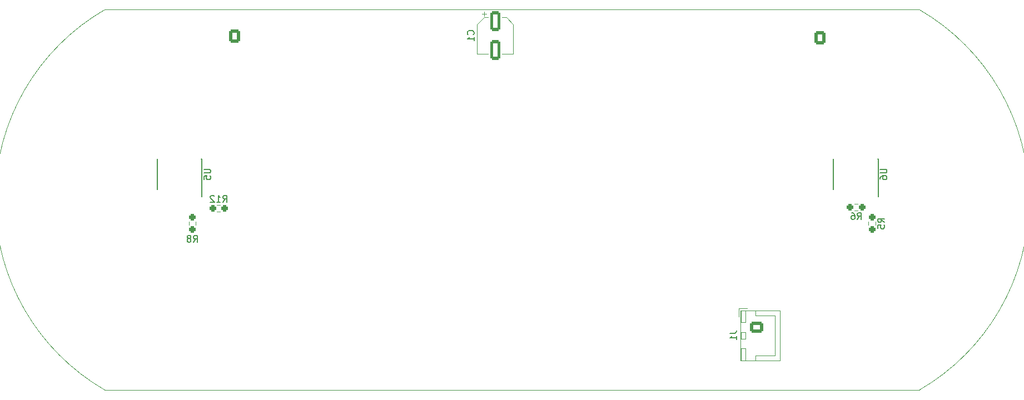
<source format=gbr>
%TF.GenerationSoftware,KiCad,Pcbnew,7.0.5-7.0.5~ubuntu20.04.1*%
%TF.CreationDate,2023-06-19T07:22:00+00:00*%
%TF.ProjectId,Controler_NRF24L01_Exclude_v3,436f6e74-726f-46c6-9572-5f4e52463234,rev?*%
%TF.SameCoordinates,Original*%
%TF.FileFunction,Legend,Bot*%
%TF.FilePolarity,Positive*%
%FSLAX45Y45*%
G04 Gerber Fmt 4.5, Leading zero omitted, Abs format (unit mm)*
G04 Created by KiCad (PCBNEW 7.0.5-7.0.5~ubuntu20.04.1) date 2023-06-19 07:22:00*
%MOMM*%
%LPD*%
G01*
G04 APERTURE LIST*
G04 Aperture macros list*
%AMRoundRect*
0 Rectangle with rounded corners*
0 $1 Rounding radius*
0 $2 $3 $4 $5 $6 $7 $8 $9 X,Y pos of 4 corners*
0 Add a 4 corners polygon primitive as box body*
4,1,4,$2,$3,$4,$5,$6,$7,$8,$9,$2,$3,0*
0 Add four circle primitives for the rounded corners*
1,1,$1+$1,$2,$3*
1,1,$1+$1,$4,$5*
1,1,$1+$1,$6,$7*
1,1,$1+$1,$8,$9*
0 Add four rect primitives between the rounded corners*
20,1,$1+$1,$2,$3,$4,$5,0*
20,1,$1+$1,$4,$5,$6,$7,0*
20,1,$1+$1,$6,$7,$8,$9,0*
20,1,$1+$1,$8,$9,$2,$3,0*%
G04 Aperture macros list end*
%TA.AperFunction,Profile*%
%ADD10C,0.050000*%
%TD*%
%TA.AperFunction,Profile*%
%ADD11C,0.100000*%
%TD*%
%ADD12C,0.150000*%
%ADD13C,0.120000*%
%ADD14C,5.600000*%
%ADD15RoundRect,0.250000X0.600000X0.725000X-0.600000X0.725000X-0.600000X-0.725000X0.600000X-0.725000X0*%
%ADD16O,1.700000X1.950000*%
%ADD17R,1.700000X1.700000*%
%ADD18O,1.700000X1.700000*%
%ADD19R,0.400000X1.000000*%
%ADD20RoundRect,0.237500X0.250000X0.237500X-0.250000X0.237500X-0.250000X-0.237500X0.250000X-0.237500X0*%
%ADD21RoundRect,0.237500X0.237500X-0.250000X0.237500X0.250000X-0.237500X0.250000X-0.237500X-0.250000X0*%
%ADD22RoundRect,0.250000X-0.750000X0.600000X-0.750000X-0.600000X0.750000X-0.600000X0.750000X0.600000X0*%
%ADD23O,2.000000X1.700000*%
%ADD24RoundRect,0.250000X-0.550000X1.250000X-0.550000X-1.250000X0.550000X-1.250000X0.550000X1.250000X0*%
%ADD25RoundRect,0.237500X-0.250000X-0.237500X0.250000X-0.237500X0.250000X0.237500X-0.250000X0.237500X0*%
G04 APERTURE END LIST*
D10*
X20569000Y-12290000D02*
G75*
G03*
X20569000Y-6490000I-1674316J2900000D01*
G01*
D11*
X8169000Y-6490000D02*
X20569000Y-6490000D01*
X8169000Y-12290000D02*
X20569000Y-12290000D01*
D10*
X8169000Y-6490000D02*
G75*
G03*
X8169000Y-12290000I1674316J-2900000D01*
G01*
D12*
X9675482Y-8923810D02*
X9756434Y-8923810D01*
X9756434Y-8923810D02*
X9765958Y-8928571D01*
X9765958Y-8928571D02*
X9770720Y-8933333D01*
X9770720Y-8933333D02*
X9775482Y-8942857D01*
X9775482Y-8942857D02*
X9775482Y-8961905D01*
X9775482Y-8961905D02*
X9770720Y-8971429D01*
X9770720Y-8971429D02*
X9765958Y-8976190D01*
X9765958Y-8976190D02*
X9756434Y-8980952D01*
X9756434Y-8980952D02*
X9675482Y-8980952D01*
X9675482Y-9076190D02*
X9675482Y-9028571D01*
X9675482Y-9028571D02*
X9723101Y-9023810D01*
X9723101Y-9023810D02*
X9718339Y-9028571D01*
X9718339Y-9028571D02*
X9713577Y-9038095D01*
X9713577Y-9038095D02*
X9713577Y-9061905D01*
X9713577Y-9061905D02*
X9718339Y-9071429D01*
X9718339Y-9071429D02*
X9723101Y-9076190D01*
X9723101Y-9076190D02*
X9732625Y-9080952D01*
X9732625Y-9080952D02*
X9756434Y-9080952D01*
X9756434Y-9080952D02*
X9765958Y-9076190D01*
X9765958Y-9076190D02*
X9770720Y-9071429D01*
X9770720Y-9071429D02*
X9775482Y-9061905D01*
X9775482Y-9061905D02*
X9775482Y-9038095D01*
X9775482Y-9038095D02*
X9770720Y-9028571D01*
X9770720Y-9028571D02*
X9765958Y-9023810D01*
X9964286Y-9422482D02*
X9997619Y-9374863D01*
X10021429Y-9422482D02*
X10021429Y-9322482D01*
X10021429Y-9322482D02*
X9983333Y-9322482D01*
X9983333Y-9322482D02*
X9973810Y-9327244D01*
X9973810Y-9327244D02*
X9969048Y-9332006D01*
X9969048Y-9332006D02*
X9964286Y-9341530D01*
X9964286Y-9341530D02*
X9964286Y-9355815D01*
X9964286Y-9355815D02*
X9969048Y-9365339D01*
X9969048Y-9365339D02*
X9973810Y-9370101D01*
X9973810Y-9370101D02*
X9983333Y-9374863D01*
X9983333Y-9374863D02*
X10021429Y-9374863D01*
X9869048Y-9422482D02*
X9926190Y-9422482D01*
X9897619Y-9422482D02*
X9897619Y-9322482D01*
X9897619Y-9322482D02*
X9907143Y-9336768D01*
X9907143Y-9336768D02*
X9916667Y-9346291D01*
X9916667Y-9346291D02*
X9926190Y-9351053D01*
X9830952Y-9332006D02*
X9826190Y-9327244D01*
X9826190Y-9327244D02*
X9816667Y-9322482D01*
X9816667Y-9322482D02*
X9792857Y-9322482D01*
X9792857Y-9322482D02*
X9783333Y-9327244D01*
X9783333Y-9327244D02*
X9778571Y-9332006D01*
X9778571Y-9332006D02*
X9773810Y-9341530D01*
X9773810Y-9341530D02*
X9773810Y-9351053D01*
X9773810Y-9351053D02*
X9778571Y-9365339D01*
X9778571Y-9365339D02*
X9835714Y-9422482D01*
X9835714Y-9422482D02*
X9773810Y-9422482D01*
X20038482Y-9733333D02*
X19990863Y-9700000D01*
X20038482Y-9676191D02*
X19938482Y-9676191D01*
X19938482Y-9676191D02*
X19938482Y-9714286D01*
X19938482Y-9714286D02*
X19943244Y-9723810D01*
X19943244Y-9723810D02*
X19948006Y-9728571D01*
X19948006Y-9728571D02*
X19957530Y-9733333D01*
X19957530Y-9733333D02*
X19971815Y-9733333D01*
X19971815Y-9733333D02*
X19981339Y-9728571D01*
X19981339Y-9728571D02*
X19986101Y-9723810D01*
X19986101Y-9723810D02*
X19990863Y-9714286D01*
X19990863Y-9714286D02*
X19990863Y-9676191D01*
X19938482Y-9823810D02*
X19938482Y-9776191D01*
X19938482Y-9776191D02*
X19986101Y-9771429D01*
X19986101Y-9771429D02*
X19981339Y-9776191D01*
X19981339Y-9776191D02*
X19976577Y-9785714D01*
X19976577Y-9785714D02*
X19976577Y-9809524D01*
X19976577Y-9809524D02*
X19981339Y-9819048D01*
X19981339Y-9819048D02*
X19986101Y-9823810D01*
X19986101Y-9823810D02*
X19995625Y-9828571D01*
X19995625Y-9828571D02*
X20019434Y-9828571D01*
X20019434Y-9828571D02*
X20028958Y-9823810D01*
X20028958Y-9823810D02*
X20033720Y-9819048D01*
X20033720Y-9819048D02*
X20038482Y-9809524D01*
X20038482Y-9809524D02*
X20038482Y-9785714D01*
X20038482Y-9785714D02*
X20033720Y-9776191D01*
X20033720Y-9776191D02*
X20028958Y-9771429D01*
X17686982Y-11421667D02*
X17758410Y-11421667D01*
X17758410Y-11421667D02*
X17772696Y-11416905D01*
X17772696Y-11416905D02*
X17782220Y-11407381D01*
X17782220Y-11407381D02*
X17786982Y-11393095D01*
X17786982Y-11393095D02*
X17786982Y-11383571D01*
X17786982Y-11521667D02*
X17786982Y-11464524D01*
X17786982Y-11493095D02*
X17686982Y-11493095D01*
X17686982Y-11493095D02*
X17701268Y-11483571D01*
X17701268Y-11483571D02*
X17710791Y-11474048D01*
X17710791Y-11474048D02*
X17715553Y-11464524D01*
X19975482Y-8923810D02*
X20056434Y-8923810D01*
X20056434Y-8923810D02*
X20065958Y-8928571D01*
X20065958Y-8928571D02*
X20070720Y-8933333D01*
X20070720Y-8933333D02*
X20075482Y-8942857D01*
X20075482Y-8942857D02*
X20075482Y-8961905D01*
X20075482Y-8961905D02*
X20070720Y-8971429D01*
X20070720Y-8971429D02*
X20065958Y-8976190D01*
X20065958Y-8976190D02*
X20056434Y-8980952D01*
X20056434Y-8980952D02*
X19975482Y-8980952D01*
X19975482Y-9071429D02*
X19975482Y-9052381D01*
X19975482Y-9052381D02*
X19980244Y-9042857D01*
X19980244Y-9042857D02*
X19985006Y-9038095D01*
X19985006Y-9038095D02*
X19999291Y-9028571D01*
X19999291Y-9028571D02*
X20018339Y-9023810D01*
X20018339Y-9023810D02*
X20056434Y-9023810D01*
X20056434Y-9023810D02*
X20065958Y-9028571D01*
X20065958Y-9028571D02*
X20070720Y-9033333D01*
X20070720Y-9033333D02*
X20075482Y-9042857D01*
X20075482Y-9042857D02*
X20075482Y-9061905D01*
X20075482Y-9061905D02*
X20070720Y-9071429D01*
X20070720Y-9071429D02*
X20065958Y-9076190D01*
X20065958Y-9076190D02*
X20056434Y-9080952D01*
X20056434Y-9080952D02*
X20032625Y-9080952D01*
X20032625Y-9080952D02*
X20023101Y-9076190D01*
X20023101Y-9076190D02*
X20018339Y-9071429D01*
X20018339Y-9071429D02*
X20013577Y-9061905D01*
X20013577Y-9061905D02*
X20013577Y-9042857D01*
X20013577Y-9042857D02*
X20018339Y-9033333D01*
X20018339Y-9033333D02*
X20023101Y-9028571D01*
X20023101Y-9028571D02*
X20032625Y-9023810D01*
X9515667Y-10033482D02*
X9549000Y-9985863D01*
X9572809Y-10033482D02*
X9572809Y-9933482D01*
X9572809Y-9933482D02*
X9534714Y-9933482D01*
X9534714Y-9933482D02*
X9525190Y-9938244D01*
X9525190Y-9938244D02*
X9520429Y-9943006D01*
X9520429Y-9943006D02*
X9515667Y-9952530D01*
X9515667Y-9952530D02*
X9515667Y-9966815D01*
X9515667Y-9966815D02*
X9520429Y-9976339D01*
X9520429Y-9976339D02*
X9525190Y-9981101D01*
X9525190Y-9981101D02*
X9534714Y-9985863D01*
X9534714Y-9985863D02*
X9572809Y-9985863D01*
X9458524Y-9976339D02*
X9468048Y-9971577D01*
X9468048Y-9971577D02*
X9472809Y-9966815D01*
X9472809Y-9966815D02*
X9477571Y-9957291D01*
X9477571Y-9957291D02*
X9477571Y-9952530D01*
X9477571Y-9952530D02*
X9472809Y-9943006D01*
X9472809Y-9943006D02*
X9468048Y-9938244D01*
X9468048Y-9938244D02*
X9458524Y-9933482D01*
X9458524Y-9933482D02*
X9439476Y-9933482D01*
X9439476Y-9933482D02*
X9429952Y-9938244D01*
X9429952Y-9938244D02*
X9425190Y-9943006D01*
X9425190Y-9943006D02*
X9420429Y-9952530D01*
X9420429Y-9952530D02*
X9420429Y-9957291D01*
X9420429Y-9957291D02*
X9425190Y-9966815D01*
X9425190Y-9966815D02*
X9429952Y-9971577D01*
X9429952Y-9971577D02*
X9439476Y-9976339D01*
X9439476Y-9976339D02*
X9458524Y-9976339D01*
X9458524Y-9976339D02*
X9468048Y-9981101D01*
X9468048Y-9981101D02*
X9472809Y-9985863D01*
X9472809Y-9985863D02*
X9477571Y-9995387D01*
X9477571Y-9995387D02*
X9477571Y-10014434D01*
X9477571Y-10014434D02*
X9472809Y-10023958D01*
X9472809Y-10023958D02*
X9468048Y-10028720D01*
X9468048Y-10028720D02*
X9458524Y-10033482D01*
X9458524Y-10033482D02*
X9439476Y-10033482D01*
X9439476Y-10033482D02*
X9429952Y-10028720D01*
X9429952Y-10028720D02*
X9425190Y-10023958D01*
X9425190Y-10023958D02*
X9420429Y-10014434D01*
X9420429Y-10014434D02*
X9420429Y-9995387D01*
X9420429Y-9995387D02*
X9425190Y-9985863D01*
X9425190Y-9985863D02*
X9429952Y-9981101D01*
X9429952Y-9981101D02*
X9439476Y-9976339D01*
X13777958Y-6870333D02*
X13782720Y-6865571D01*
X13782720Y-6865571D02*
X13787482Y-6851286D01*
X13787482Y-6851286D02*
X13787482Y-6841762D01*
X13787482Y-6841762D02*
X13782720Y-6827476D01*
X13782720Y-6827476D02*
X13773196Y-6817952D01*
X13773196Y-6817952D02*
X13763672Y-6813190D01*
X13763672Y-6813190D02*
X13744625Y-6808429D01*
X13744625Y-6808429D02*
X13730339Y-6808429D01*
X13730339Y-6808429D02*
X13711291Y-6813190D01*
X13711291Y-6813190D02*
X13701768Y-6817952D01*
X13701768Y-6817952D02*
X13692244Y-6827476D01*
X13692244Y-6827476D02*
X13687482Y-6841762D01*
X13687482Y-6841762D02*
X13687482Y-6851286D01*
X13687482Y-6851286D02*
X13692244Y-6865571D01*
X13692244Y-6865571D02*
X13697006Y-6870333D01*
X13787482Y-6965571D02*
X13787482Y-6908429D01*
X13787482Y-6937000D02*
X13687482Y-6937000D01*
X13687482Y-6937000D02*
X13701768Y-6927476D01*
X13701768Y-6927476D02*
X13711291Y-6917952D01*
X13711291Y-6917952D02*
X13716053Y-6908429D01*
X19626667Y-9688482D02*
X19660000Y-9640863D01*
X19683809Y-9688482D02*
X19683809Y-9588482D01*
X19683809Y-9588482D02*
X19645714Y-9588482D01*
X19645714Y-9588482D02*
X19636190Y-9593244D01*
X19636190Y-9593244D02*
X19631429Y-9598006D01*
X19631429Y-9598006D02*
X19626667Y-9607530D01*
X19626667Y-9607530D02*
X19626667Y-9621815D01*
X19626667Y-9621815D02*
X19631429Y-9631339D01*
X19631429Y-9631339D02*
X19636190Y-9636101D01*
X19636190Y-9636101D02*
X19645714Y-9640863D01*
X19645714Y-9640863D02*
X19683809Y-9640863D01*
X19540952Y-9588482D02*
X19560000Y-9588482D01*
X19560000Y-9588482D02*
X19569524Y-9593244D01*
X19569524Y-9593244D02*
X19574286Y-9598006D01*
X19574286Y-9598006D02*
X19583809Y-9612291D01*
X19583809Y-9612291D02*
X19588571Y-9631339D01*
X19588571Y-9631339D02*
X19588571Y-9669434D01*
X19588571Y-9669434D02*
X19583809Y-9678958D01*
X19583809Y-9678958D02*
X19579048Y-9683720D01*
X19579048Y-9683720D02*
X19569524Y-9688482D01*
X19569524Y-9688482D02*
X19550476Y-9688482D01*
X19550476Y-9688482D02*
X19540952Y-9683720D01*
X19540952Y-9683720D02*
X19536190Y-9678958D01*
X19536190Y-9678958D02*
X19531429Y-9669434D01*
X19531429Y-9669434D02*
X19531429Y-9645625D01*
X19531429Y-9645625D02*
X19536190Y-9636101D01*
X19536190Y-9636101D02*
X19540952Y-9631339D01*
X19540952Y-9631339D02*
X19550476Y-9626577D01*
X19550476Y-9626577D02*
X19569524Y-9626577D01*
X19569524Y-9626577D02*
X19579048Y-9631339D01*
X19579048Y-9631339D02*
X19583809Y-9636101D01*
X19583809Y-9636101D02*
X19588571Y-9645625D01*
X9645000Y-9340000D02*
X9645000Y-8767500D01*
X8962500Y-9232500D02*
X8965000Y-9232500D01*
X8962500Y-9232500D02*
X8962500Y-8767500D01*
X8962500Y-8767500D02*
X8965000Y-8767500D01*
X9645000Y-8767500D02*
X9635000Y-8767500D01*
D13*
X9925472Y-9572250D02*
X9874528Y-9572250D01*
X9925472Y-9467750D02*
X9874528Y-9467750D01*
X19797750Y-9775472D02*
X19797750Y-9724528D01*
X19902250Y-9775472D02*
X19902250Y-9724528D01*
X17821500Y-11045000D02*
X17946500Y-11045000D01*
X18447500Y-11074000D02*
X18447500Y-11836000D01*
X17850500Y-11074000D02*
X18447500Y-11074000D01*
X18076500Y-11075000D02*
X18076500Y-11150000D01*
X17926500Y-11075000D02*
X17926500Y-11255000D01*
X17851500Y-11075000D02*
X17926500Y-11075000D01*
X18371500Y-11150000D02*
X18371500Y-11455000D01*
X18076500Y-11150000D02*
X18371500Y-11150000D01*
X17821500Y-11170000D02*
X17821500Y-11045000D01*
X17926500Y-11255000D02*
X17851500Y-11255000D01*
X17851500Y-11255000D02*
X17851500Y-11075000D01*
X17926500Y-11405000D02*
X17926500Y-11505000D01*
X17851500Y-11405000D02*
X17926500Y-11405000D01*
X17926500Y-11505000D02*
X17851500Y-11505000D01*
X17851500Y-11505000D02*
X17851500Y-11405000D01*
X17926500Y-11655000D02*
X17926500Y-11835000D01*
X17851500Y-11655000D02*
X17926500Y-11655000D01*
X18371500Y-11760000D02*
X18371500Y-11455000D01*
X18076500Y-11760000D02*
X18371500Y-11760000D01*
X18076500Y-11835000D02*
X18076500Y-11760000D01*
X17926500Y-11835000D02*
X17851500Y-11835000D01*
X17851500Y-11835000D02*
X17851500Y-11655000D01*
X18447500Y-11836000D02*
X17850500Y-11836000D01*
X17850500Y-11836000D02*
X17850500Y-11074000D01*
D12*
X19945000Y-9340000D02*
X19945000Y-8767500D01*
X19262500Y-9232500D02*
X19265000Y-9232500D01*
X19262500Y-9232500D02*
X19262500Y-8767500D01*
X19262500Y-8767500D02*
X19265000Y-8767500D01*
X19945000Y-8767500D02*
X19935000Y-8767500D01*
D13*
X9447750Y-9775472D02*
X9447750Y-9724528D01*
X9552250Y-9775472D02*
X9552250Y-9724528D01*
X13943500Y-6524500D02*
X13943500Y-6587000D01*
X13912250Y-6555750D02*
X13974750Y-6555750D01*
X14281556Y-6611000D02*
X14218000Y-6611000D01*
X14281556Y-6611000D02*
X14388000Y-6717444D01*
X13942444Y-6611000D02*
X14006000Y-6611000D01*
X13942444Y-6611000D02*
X13836000Y-6717444D01*
X14388000Y-6717444D02*
X14388000Y-7163000D01*
X13836000Y-6717444D02*
X13836000Y-7163000D01*
X14388000Y-7163000D02*
X14218000Y-7163000D01*
X13836000Y-7163000D02*
X14006000Y-7163000D01*
X19584528Y-9447750D02*
X19635472Y-9447750D01*
X19584528Y-9552250D02*
X19635472Y-9552250D01*
%LPC*%
D14*
X8169000Y-7190000D03*
X8169000Y-11390000D03*
D15*
X19059400Y-6916200D03*
D16*
X18809400Y-6916200D03*
X18559400Y-6916200D03*
D14*
X20669000Y-7190000D03*
D15*
X10144000Y-6892500D03*
D16*
X9894000Y-6892500D03*
X9644000Y-6892500D03*
D17*
X14589000Y-6696000D03*
D18*
X14843000Y-6696000D03*
X14589000Y-6950000D03*
X14843000Y-6950000D03*
X14589000Y-7204000D03*
X14843000Y-7204000D03*
X14589000Y-7458000D03*
X14843000Y-7458000D03*
D14*
X21669000Y-9190000D03*
X7169000Y-9190000D03*
X20669000Y-11390000D03*
D19*
X9592500Y-9290000D03*
X9527500Y-9290000D03*
X9462500Y-9290000D03*
X9397500Y-9290000D03*
X9332500Y-9290000D03*
X9267500Y-9290000D03*
X9202500Y-9290000D03*
X9137500Y-9290000D03*
X9072500Y-9290000D03*
X9007500Y-9290000D03*
X9007500Y-8710000D03*
X9072500Y-8710000D03*
X9137500Y-8710000D03*
X9202500Y-8710000D03*
X9267500Y-8710000D03*
X9332500Y-8710000D03*
X9397500Y-8710000D03*
X9462500Y-8710000D03*
X9527500Y-8710000D03*
X9592500Y-8710000D03*
D20*
X9991250Y-9520000D03*
X9808750Y-9520000D03*
D21*
X19850000Y-9841250D03*
X19850000Y-9658750D03*
D22*
X18096500Y-11330000D03*
D23*
X18096500Y-11580000D03*
D19*
X19892500Y-9290000D03*
X19827500Y-9290000D03*
X19762500Y-9290000D03*
X19697500Y-9290000D03*
X19632500Y-9290000D03*
X19567500Y-9290000D03*
X19502500Y-9290000D03*
X19437500Y-9290000D03*
X19372500Y-9290000D03*
X19307500Y-9290000D03*
X19307500Y-8710000D03*
X19372500Y-8710000D03*
X19437500Y-8710000D03*
X19502500Y-8710000D03*
X19567500Y-8710000D03*
X19632500Y-8710000D03*
X19697500Y-8710000D03*
X19762500Y-8710000D03*
X19827500Y-8710000D03*
X19892500Y-8710000D03*
D21*
X9500000Y-9841250D03*
X9500000Y-9658750D03*
D24*
X14112000Y-6667000D03*
X14112000Y-7107000D03*
D25*
X19518750Y-9500000D03*
X19701250Y-9500000D03*
%LPD*%
M02*

</source>
